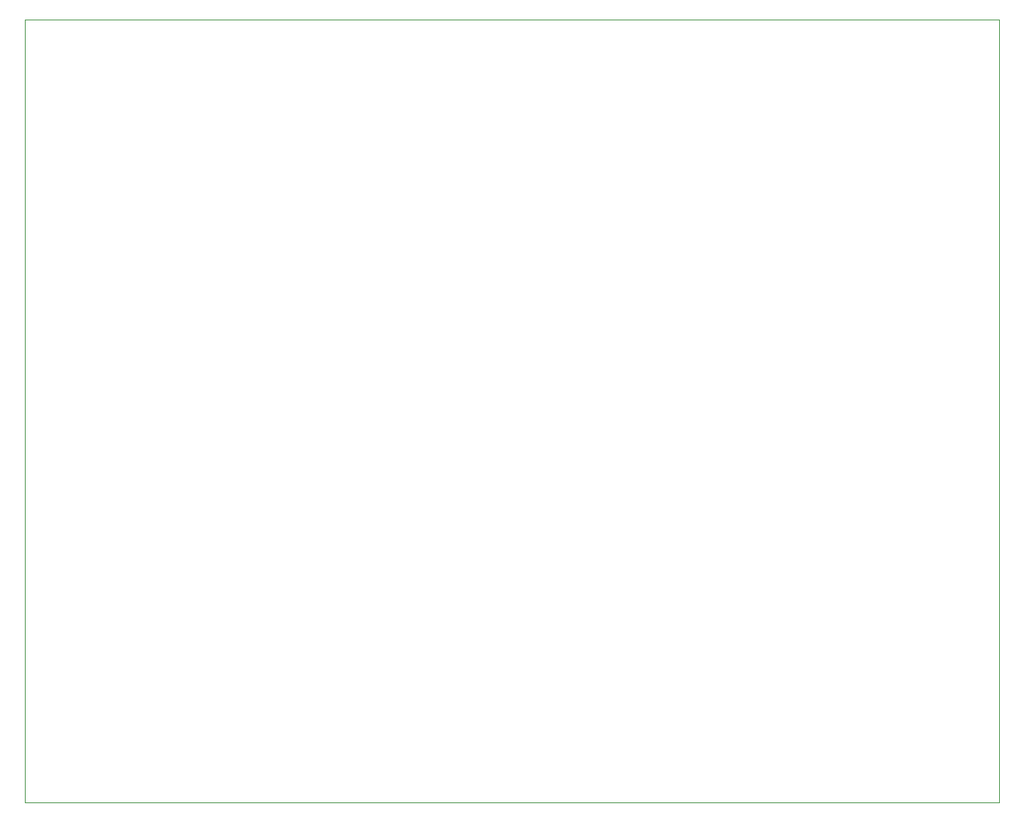
<source format=gbr>
G04 #@! TF.GenerationSoftware,KiCad,Pcbnew,(5.1.7)-1*
G04 #@! TF.CreationDate,2021-10-23T14:10:48-04:00*
G04 #@! TF.ProjectId,PCB_2020,5043425f-3230-4323-902e-6b696361645f,rev?*
G04 #@! TF.SameCoordinates,Original*
G04 #@! TF.FileFunction,Profile,NP*
%FSLAX46Y46*%
G04 Gerber Fmt 4.6, Leading zero omitted, Abs format (unit mm)*
G04 Created by KiCad (PCBNEW (5.1.7)-1) date 2021-10-23 14:10:48*
%MOMM*%
%LPD*%
G01*
G04 APERTURE LIST*
G04 #@! TA.AperFunction,Profile*
%ADD10C,0.050000*%
G04 #@! TD*
G04 APERTURE END LIST*
D10*
X236330000Y-137580000D02*
X236330000Y-49670000D01*
X126875000Y-137575000D02*
X236330000Y-137580000D01*
X236330000Y-49670000D02*
X126875000Y-49675000D01*
X126875000Y-49675000D02*
X126875000Y-137575000D01*
M02*

</source>
